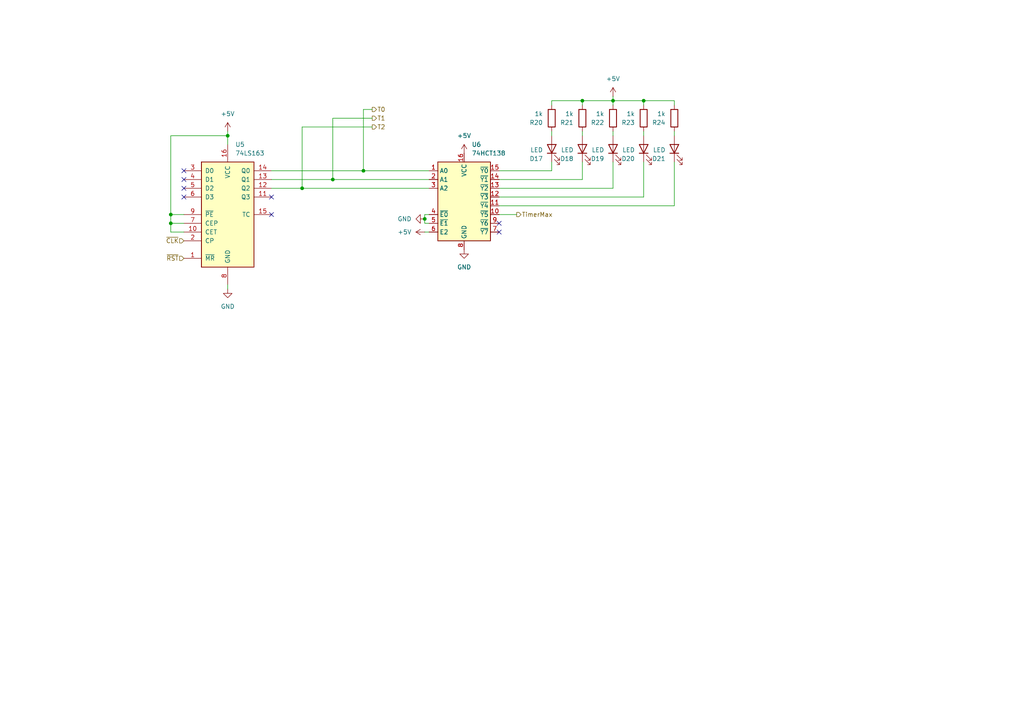
<source format=kicad_sch>
(kicad_sch (version 20231120) (generator "eeschema") (generator_version "8.0")
  (paper "A4")
  (lib_symbols
    (symbol "74xx:74HCT138"
      (property "Reference" "U" (at -7.62 13.97 0))
      (property "Value" "74HCT138" (at 2.54 -11.43 0))
      (symbol "74HCT138_0_1"
        (rectangle (start -7.62 12.7) (end 7.62 -10.16) (stroke (width 0.254)) (fill (type background)))
      )
      (symbol "74HCT138_1_1"
        (pin input line (at -10.16 10.16 0) (length 2.54) (name "A0") (number "1"))
        (pin output line (at 10.16 -2.54 180) (length 2.54) (name "~{Y5}") (number "10"))
        (pin output line (at 10.16 0 180) (length 2.54) (name "~{Y4}") (number "11"))
        (pin output line (at 10.16 2.54 180) (length 2.54) (name "~{Y3}") (number "12"))
        (pin output line (at 10.16 5.08 180) (length 2.54) (name "~{Y2}") (number "13"))
        (pin output line (at 10.16 7.62 180) (length 2.54) (name "~{Y1}") (number "14"))
        (pin output line (at 10.16 10.16 180) (length 2.54) (name "~{Y0}") (number "15"))
        (pin power_in line (at 0 15.24 270) (length 2.54) (name "VCC") (number "16"))
        (pin input line (at -10.16 7.62 0) (length 2.54) (name "A1") (number "2"))
        (pin input line (at -10.16 5.08 0) (length 2.54) (name "A2") (number "3"))
        (pin input line (at -10.16 -2.54 0) (length 2.54) (name "~{E0}") (number "4"))
        (pin input line (at -10.16 -5.08 0) (length 2.54) (name "~{E1}") (number "5"))
        (pin input line (at -10.16 -7.62 0) (length 2.54) (name "E2") (number "6"))
        (pin output line (at 10.16 -7.62 180) (length 2.54) (name "~{Y7}") (number "7"))
        (pin power_in line (at 0 -12.7 90) (length 2.54) (name "GND") (number "8"))
        (pin output line (at 10.16 -5.08 180) (length 2.54) (name "~{Y6}") (number "9"))
      )
    )
    (symbol "74xx:74LS163" (pin_names (offset 1.016))
      (property "Reference" "U" (at -7.62 16.51 0))
      (property "Value" "74LS163" (at -7.62 -16.51 0))
      (symbol "74LS163_1_0"
        (pin input line (at -12.7 -12.7 0) (length 5.08) (name "~{MR}") (number "1"))
        (pin input line (at -12.7 -5.08 0) (length 5.08) (name "CET") (number "10"))
        (pin output line (at 12.7 5.08 180) (length 5.08) (name "Q3") (number "11"))
        (pin output line (at 12.7 7.62 180) (length 5.08) (name "Q2") (number "12"))
        (pin output line (at 12.7 10.16 180) (length 5.08) (name "Q1") (number "13"))
        (pin output line (at 12.7 12.7 180) (length 5.08) (name "Q0") (number "14"))
        (pin output line (at 12.7 0 180) (length 5.08) (name "TC") (number "15"))
        (pin power_in line (at 0 20.32 270) (length 5.08) (name "VCC") (number "16"))
        (pin input line (at -12.7 -7.62 0) (length 5.08) (name "CP") (number "2"))
        (pin input line (at -12.7 12.7 0) (length 5.08) (name "D0") (number "3"))
        (pin input line (at -12.7 10.16 0) (length 5.08) (name "D1") (number "4"))
        (pin input line (at -12.7 7.62 0) (length 5.08) (name "D2") (number "5"))
        (pin input line (at -12.7 5.08 0) (length 5.08) (name "D3") (number "6"))
        (pin input line (at -12.7 -2.54 0) (length 5.08) (name "CEP") (number "7"))
        (pin power_in line (at 0 -20.32 90) (length 5.08) (name "GND") (number "8"))
        (pin input line (at -12.7 0 0) (length 5.08) (name "~{PE}") (number "9"))
      )
      (symbol "74LS163_1_1"
        (rectangle (start -7.62 15.24) (end 7.62 -15.24) (stroke (width 0.254)) (fill (type background)))
      )
    )
    (symbol "Device:LED" (pin_numbers hide) (pin_names (offset 1.016) hide)
      (property "Reference" "D" (at 0 2.54 0))
      (property "Value" "LED" (at 0 -2.54 0))
      (symbol "LED_0_1"
        (polyline (pts (xy -1.27 -1.27) (xy -1.27 1.27)) (stroke (width 0.254)))
        (polyline (pts (xy -1.27 0) (xy 1.27 0)))
        (polyline (pts (xy 1.27 -1.27) (xy 1.27 1.27) (xy -1.27 0) (xy 1.27 -1.27)) (stroke (width 0.254)))
        (polyline (pts (xy -3.048 -0.762) (xy -4.572 -2.286) (xy -3.81 -2.286) (xy -4.572 -2.286) (xy -4.572 -1.524)))
        (polyline (pts (xy -1.778 -0.762) (xy -3.302 -2.286) (xy -2.54 -2.286) (xy -3.302 -2.286) (xy -3.302 -1.524)))
      )
      (symbol "LED_1_1"
        (pin passive line (at -3.81 0 0) (length 2.54) (name "K") (number "1"))
        (pin passive line (at 3.81 0 180) (length 2.54) (name "A") (number "2"))
      )
    )
    (symbol "Device:R" (pin_numbers hide) (pin_names (offset 0))
      (property "Reference" "R" (at 2.032 0 90))
      (property "Value" "R" (at 0 0 90))
      (symbol "R_0_1"
        (rectangle (start -1.016 -2.54) (end 1.016 2.54) (stroke (width 0.254)))
      )
      (symbol "R_1_1"
        (pin passive line (at 0 3.81 270) (length 1.27) (name "~") (number "1"))
        (pin passive line (at 0 -3.81 90) (length 1.27) (name "~") (number "2"))
      )
    )
    (symbol "power:+5V" (power) (pin_numbers hide) (pin_names (offset 0) hide)
      (property "Value" "+5V" (at 0 3.556 0))
      (symbol "+5V_0_1"
        (polyline (pts (xy -0.762 1.27) (xy 0 2.54)))
        (polyline (pts (xy 0 0) (xy 0 2.54)))
        (polyline (pts (xy 0 2.54) (xy 0.762 1.27)))
      )
      (symbol "+5V_1_1"
        (pin power_in line (at 0 0 90) (length 0) (name "~") (number "1"))
      )
    )
    (symbol "power:GND" (power) (pin_numbers hide) (pin_names (offset 0) hide)
      (property "Value" "GND" (at 0 -3.81 0))
      (symbol "GND_0_1"
        (polyline (pts (xy 0 0) (xy 0 -1.27) (xy 1.27 -1.27) (xy 0 -2.54) (xy -1.27 -1.27) (xy 0 -1.27)))
      )
      (symbol "GND_1_1"
        (pin power_in line (at 0 0 270) (length 0) (name "~") (number "1"))
      )
    )
  )
  (junction (at 186.69 29.21))
  (junction (at 49.53 62.23))
  (junction (at 123.19 63.5))
  (junction (at 168.91 29.21))
  (junction (at 87.63 54.61))
  (junction (at 96.52 52.07))
  (junction (at 105.41 49.53))
  (junction (at 66.04 39.37))
  (junction (at 49.53 64.77))
  (junction (at 177.8 29.21))
  (no_connect (at 53.34 54.61))
  (no_connect (at 144.78 64.77))
  (no_connect (at 53.34 49.53))
  (no_connect (at 53.34 57.15))
  (no_connect (at 53.34 52.07))
  (no_connect (at 78.74 57.15))
  (no_connect (at 78.74 62.23))
  (no_connect (at 144.78 67.31))
  (wire (pts (xy 186.69 29.21) (xy 177.8 29.21)))
  (wire (pts (xy 177.8 29.21) (xy 168.91 29.21)))
  (wire (pts (xy 144.78 49.53) (xy 160.02 49.53)))
  (wire (pts (xy 144.78 54.61) (xy 177.8 54.61)))
  (wire (pts (xy 87.63 54.61) (xy 124.46 54.61)))
  (wire (pts (xy 160.02 39.37) (xy 160.02 38.1)))
  (wire (pts (xy 87.63 36.83) (xy 87.63 54.61)))
  (wire (pts (xy 53.34 62.23) (xy 49.53 62.23)))
  (wire (pts (xy 87.63 36.83) (xy 107.95 36.83)))
  (wire (pts (xy 53.34 64.77) (xy 49.53 64.77)))
  (wire (pts (xy 96.52 52.07) (xy 78.74 52.07)))
  (wire (pts (xy 78.74 49.53) (xy 105.41 49.53)))
  (wire (pts (xy 49.53 62.23) (xy 49.53 64.77)))
  (wire (pts (xy 53.34 67.31) (xy 49.53 67.31)))
  (wire (pts (xy 177.8 30.48) (xy 177.8 29.21)))
  (wire (pts (xy 96.52 52.07) (xy 124.46 52.07)))
  (wire (pts (xy 195.58 29.21) (xy 186.69 29.21)))
  (wire (pts (xy 144.78 59.69) (xy 195.58 59.69)))
  (wire (pts (xy 144.78 52.07) (xy 168.91 52.07)))
  (wire (pts (xy 144.78 57.15) (xy 186.69 57.15)))
  (wire (pts (xy 96.52 34.29) (xy 96.52 52.07)))
  (wire (pts (xy 107.95 34.29) (xy 96.52 34.29)))
  (wire (pts (xy 124.46 62.23) (xy 123.19 62.23)))
  (wire (pts (xy 49.53 39.37) (xy 49.53 62.23)))
  (wire (pts (xy 168.91 29.21) (xy 160.02 29.21)))
  (wire (pts (xy 186.69 39.37) (xy 186.69 38.1)))
  (wire (pts (xy 66.04 41.91) (xy 66.04 39.37)))
  (wire (pts (xy 186.69 57.15) (xy 186.69 46.99)))
  (wire (pts (xy 123.19 67.31) (xy 124.46 67.31)))
  (wire (pts (xy 168.91 39.37) (xy 168.91 38.1)))
  (wire (pts (xy 177.8 54.61) (xy 177.8 46.99)))
  (wire (pts (xy 105.41 31.75) (xy 105.41 49.53)))
  (wire (pts (xy 49.53 64.77) (xy 49.53 67.31)))
  (wire (pts (xy 123.19 62.23) (xy 123.19 63.5)))
  (wire (pts (xy 160.02 49.53) (xy 160.02 46.99)))
  (wire (pts (xy 195.58 59.69) (xy 195.58 46.99)))
  (wire (pts (xy 168.91 30.48) (xy 168.91 29.21)))
  (wire (pts (xy 87.63 54.61) (xy 78.74 54.61)))
  (wire (pts (xy 144.78 62.23) (xy 149.86 62.23)))
  (wire (pts (xy 195.58 39.37) (xy 195.58 38.1)))
  (wire (pts (xy 124.46 64.77) (xy 123.19 64.77)))
  (wire (pts (xy 66.04 39.37) (xy 49.53 39.37)))
  (wire (pts (xy 105.41 49.53) (xy 124.46 49.53)))
  (wire (pts (xy 66.04 82.55) (xy 66.04 83.82)))
  (wire (pts (xy 66.04 38.1) (xy 66.04 39.37)))
  (wire (pts (xy 177.8 29.21) (xy 177.8 27.94)))
  (wire (pts (xy 123.19 64.77) (xy 123.19 63.5)))
  (wire (pts (xy 186.69 29.21) (xy 186.69 30.48)))
  (wire (pts (xy 195.58 30.48) (xy 195.58 29.21)))
  (wire (pts (xy 177.8 39.37) (xy 177.8 38.1)))
  (wire (pts (xy 168.91 52.07) (xy 168.91 46.99)))
  (wire (pts (xy 107.95 31.75) (xy 105.41 31.75)))
  (wire (pts (xy 160.02 30.48) (xy 160.02 29.21)))
  (hierarchical_label "TimerMax" (shape output) (at 149.86 62.23 0))
  (hierarchical_label "T2" (shape output) (at 107.95 36.83 0))
  (hierarchical_label "T1" (shape output) (at 107.95 34.29 0))
  (hierarchical_label "T0" (shape output) (at 107.95 31.75 0))
  (hierarchical_label "~{CLK}" (shape input) (at 53.34 69.85 180))
  (hierarchical_label "~{RST}" (shape input) (at 53.34 74.93 180))
  (symbol (lib_id "74xx:74HCT138") (at 134.62 59.69 0) (unit 1)
    (property "Reference" "U6" (at 136.8141 41.91 0) (effects (justify left)))
    (property "Value" "74HCT138" (at 136.8141 44.45 0) (effects (justify left)))
    (property "Footprint" "Package_DIP:DIP-16_W7.62mm" (effects (hide yes)))
    (property "Datasheet" "http://www.ti.com/lit/ds/symlink/cd74hc238.pdf" (effects (hide yes)))
    (property "Description" "3-to-8 line decoder/multiplexer inverting, DIP-16/SOIC-16/SSOP-16" (effects (hide yes)))
  )
  (symbol (lib_id "Device:LED") (at 160.02 43.18 90) (unit 1)
    (property "Reference" "D17" (at 157.48 46.0376 90) (effects (justify left)))
    (property "Value" "LED" (at 157.48 43.4976 90) (effects (justify left)))
    (property "Footprint" "LED_THT:LED_D5.0mm" (effects (hide yes)))
    (property "Description" "Light emitting diode" (effects (hide yes)))
  )
  (symbol (lib_id "Device:R") (at 160.02 34.29 180) (unit 1)
    (property "Reference" "R20" (at 157.48 35.5601 0) (effects (justify left)))
    (property "Value" "1k" (at 157.48 33.0201 0) (effects (justify left)))
    (property "Footprint" "_DownloadFootprints:CF_series_Resistors_THT" (effects (hide yes)))
    (property "Description" "Resistor" (effects (hide yes)))
  )
  (symbol (lib_id "power:GND") (at 66.04 83.82 0) (unit 1)
    (property "Reference" "#PWR024" (effects (hide yes)))
    (property "Value" "GND" (at 66.04 88.9 0))
    (property "Description" "Power symbol creates a global label with name \"GND\" , ground" (effects (hide yes)))
  )
  (symbol (lib_id "power:+5V") (at 177.8 27.94 0) (unit 1)
    (property "Reference" "#PWR029" (effects (hide yes)))
    (property "Value" "+5V" (at 177.8 22.86 0))
    (property "Description" "Power symbol creates a global label with name \"+5V\"" (effects (hide yes)))
  )
  (symbol (lib_id "Device:LED") (at 195.58 43.18 90) (unit 1)
    (property "Reference" "D21" (at 193.04 46.0376 90) (effects (justify left)))
    (property "Value" "LED" (at 193.04 43.4976 90) (effects (justify left)))
    (property "Footprint" "LED_THT:LED_D5.0mm" (effects (hide yes)))
    (property "Description" "Light emitting diode" (effects (hide yes)))
  )
  (symbol (lib_id "Device:R") (at 195.58 34.29 180) (unit 1)
    (property "Reference" "R24" (at 193.04 35.5601 0) (effects (justify left)))
    (property "Value" "1k" (at 193.04 33.0201 0) (effects (justify left)))
    (property "Footprint" "_DownloadFootprints:CF_series_Resistors_THT" (effects (hide yes)))
    (property "Description" "Resistor" (effects (hide yes)))
  )
  (symbol (lib_id "Device:R") (at 168.91 34.29 180) (unit 1)
    (property "Reference" "R21" (at 166.37 35.5601 0) (effects (justify left)))
    (property "Value" "1k" (at 166.37 33.0201 0) (effects (justify left)))
    (property "Footprint" "_DownloadFootprints:CF_series_Resistors_THT" (effects (hide yes)))
    (property "Description" "Resistor" (effects (hide yes)))
  )
  (symbol (lib_id "Device:LED") (at 168.91 43.18 90) (unit 1)
    (property "Reference" "D18" (at 166.37 46.0376 90) (effects (justify left)))
    (property "Value" "LED" (at 166.37 43.4976 90) (effects (justify left)))
    (property "Footprint" "LED_THT:LED_D5.0mm" (effects (hide yes)))
    (property "Description" "Light emitting diode" (effects (hide yes)))
  )
  (symbol (lib_id "Device:R") (at 177.8 34.29 180) (unit 1)
    (property "Reference" "R22" (at 175.26 35.5601 0) (effects (justify left)))
    (property "Value" "1k" (at 175.26 33.0201 0) (effects (justify left)))
    (property "Footprint" "_DownloadFootprints:CF_series_Resistors_THT" (effects (hide yes)))
    (property "Description" "Resistor" (effects (hide yes)))
  )
  (symbol (lib_id "power:+5V") (at 134.62 44.45 0) (unit 1)
    (property "Reference" "#PWR027" (effects (hide yes)))
    (property "Value" "+5V" (at 134.62 39.37 0))
    (property "Description" "Power symbol creates a global label with name \"+5V\"" (effects (hide yes)))
  )
  (symbol (lib_id "Device:R") (at 186.69 34.29 180) (unit 1)
    (property "Reference" "R23" (at 184.15 35.5601 0) (effects (justify left)))
    (property "Value" "1k" (at 184.15 33.0201 0) (effects (justify left)))
    (property "Footprint" "_DownloadFootprints:CF_series_Resistors_THT" (effects (hide yes)))
    (property "Description" "Resistor" (effects (hide yes)))
  )
  (symbol (lib_id "Device:LED") (at 177.8 43.18 90) (unit 1)
    (property "Reference" "D19" (at 175.26 46.0376 90) (effects (justify left)))
    (property "Value" "LED" (at 175.26 43.4976 90) (effects (justify left)))
    (property "Footprint" "LED_THT:LED_D5.0mm" (effects (hide yes)))
    (property "Description" "Light emitting diode" (effects (hide yes)))
  )
  (symbol (lib_id "power:GND") (at 134.62 72.39 0) (unit 1)
    (property "Reference" "#PWR028" (effects (hide yes)))
    (property "Value" "GND" (at 134.62 77.47 0))
    (property "Description" "Power symbol creates a global label with name \"GND\" , ground" (effects (hide yes)))
  )
  (symbol (lib_id "Device:LED") (at 186.69 43.18 90) (unit 1)
    (property "Reference" "D20" (at 184.15 46.0376 90) (effects (justify left)))
    (property "Value" "LED" (at 184.15 43.4976 90) (effects (justify left)))
    (property "Footprint" "LED_THT:LED_D5.0mm" (effects (hide yes)))
    (property "Description" "Light emitting diode" (effects (hide yes)))
  )
  (symbol (lib_id "power:+5V") (at 123.19 67.31 90) (unit 1)
    (property "Reference" "#PWR026" (effects (hide yes)))
    (property "Value" "+5V" (at 119.38 67.3099 90) (effects (justify left)))
    (property "Description" "Power symbol creates a global label with name \"+5V\"" (effects (hide yes)))
  )
  (symbol (lib_id "power:+5V") (at 66.04 38.1 0) (unit 1)
    (property "Reference" "#PWR023" (effects (hide yes)))
    (property "Value" "+5V" (at 66.04 33.02 0))
    (property "Description" "Power symbol creates a global label with name \"+5V\"" (effects (hide yes)))
  )
  (symbol (lib_id "74xx:74LS163") (at 66.04 62.23 0) (unit 1)
    (property "Reference" "U5" (at 68.2341 41.91 0) (effects (justify left)))
    (property "Value" "74LS163" (at 68.2341 44.45 0) (effects (justify left)))
    (property "Footprint" "Package_DIP:DIP-16_W7.62mm" (effects (hide yes)))
    (property "Datasheet" "http://www.ti.com/lit/gpn/sn74LS163" (effects (hide yes)))
    (property "Description" "Synchronous 4-bit programmable binary Counter" (effects (hide yes)))
  )
  (symbol (lib_id "power:GND") (at 123.19 63.5 270) (unit 1)
    (property "Reference" "#PWR025" (effects (hide yes)))
    (property "Value" "GND" (at 119.38 63.4999 90) (effects (justify right)))
    (property "Description" "Power symbol creates a global label with name \"GND\" , ground" (effects (hide yes)))
  )
)
</source>
